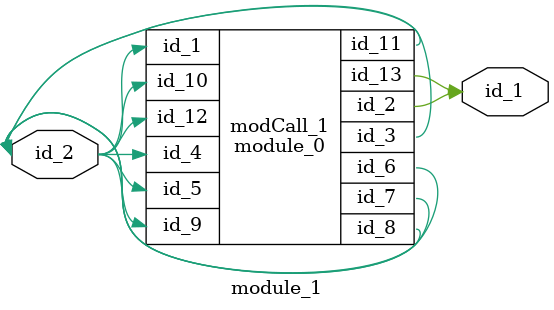
<source format=v>
module module_0 (
    id_1,
    id_2,
    id_3,
    id_4,
    id_5,
    id_6,
    id_7,
    id_8,
    id_9,
    id_10,
    id_11,
    id_12,
    id_13
);
  output wire id_13;
  input wire id_12;
  inout wire id_11;
  input wire id_10;
  input wire id_9;
  output wire id_8;
  output wire id_7;
  inout wire id_6;
  input wire id_5;
  input wire id_4;
  inout wire id_3;
  output wire id_2;
  input wire id_1;
  assign id_6 = id_11 == id_3;
endmodule
module module_1 (
    id_1,
    id_2
);
  inout wire id_2;
  output wire id_1;
  module_0 modCall_1 (
      id_2,
      id_1,
      id_2,
      id_2,
      id_2,
      id_2,
      id_2,
      id_2,
      id_2,
      id_2,
      id_2,
      id_2,
      id_1
  );
  wire id_3, id_4;
  wire id_5;
  wire id_6;
endmodule

</source>
